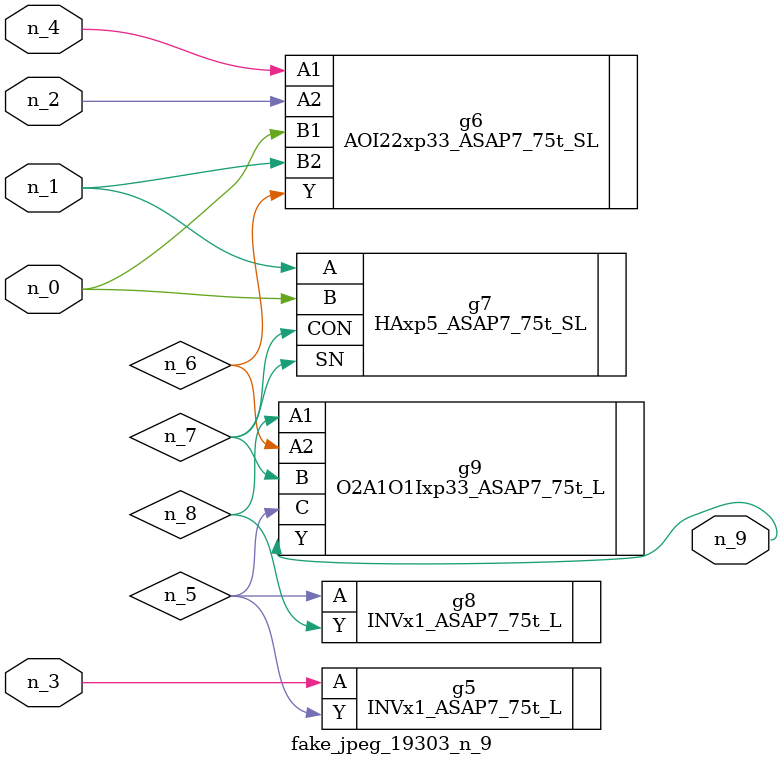
<source format=v>
module fake_jpeg_19303_n_9 (n_3, n_2, n_1, n_0, n_4, n_9);

input n_3;
input n_2;
input n_1;
input n_0;
input n_4;

output n_9;

wire n_8;
wire n_6;
wire n_5;
wire n_7;

INVx1_ASAP7_75t_L g5 ( 
.A(n_3),
.Y(n_5)
);

AOI22xp33_ASAP7_75t_SL g6 ( 
.A1(n_4),
.A2(n_2),
.B1(n_0),
.B2(n_1),
.Y(n_6)
);

HAxp5_ASAP7_75t_SL g7 ( 
.A(n_1),
.B(n_0),
.CON(n_7),
.SN(n_7)
);

INVx1_ASAP7_75t_L g8 ( 
.A(n_5),
.Y(n_8)
);

O2A1O1Ixp33_ASAP7_75t_L g9 ( 
.A1(n_8),
.A2(n_6),
.B(n_7),
.C(n_5),
.Y(n_9)
);


endmodule
</source>
